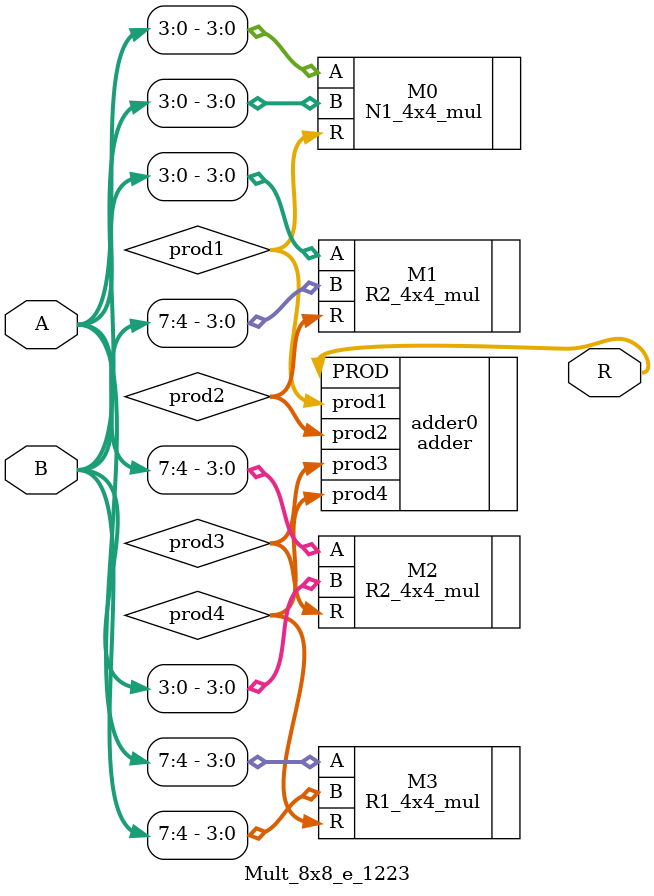
<source format=v>
module Mult_8x8_e_1223(
input [7:0] A,
input [7:0] B,
output [15:0]R
);
wire [7:0]prod1;
wire [7:0]prod2;
wire [7:0]prod3;
wire [7:0]prod4;

N1_4x4_mul M0(.A(A[3:0]),.B(B[3:0]),.R(prod1));
R2_4x4_mul M1(.A(A[3:0]),.B(B[7:4]),.R(prod2));
R2_4x4_mul M2(.A(A[7:4]),.B(B[3:0]),.R(prod3));
R1_4x4_mul M3(.A(A[7:4]),.B(B[7:4]),.R(prod4));
adder adder0(.prod1(prod1),.prod2(prod2),.prod3(prod3),.prod4(prod4),.PROD(R));
endmodule

</source>
